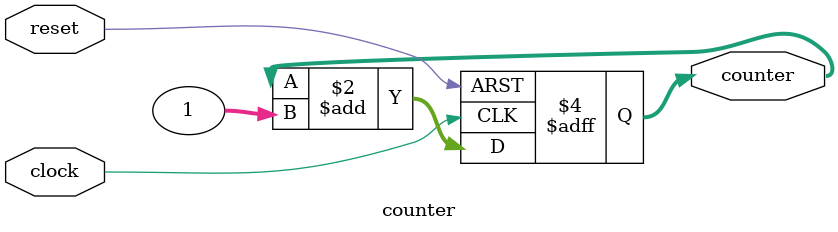
<source format=v>
module counter(
input clock,
input reset,
output reg [31:0] counter
);

initial begin
	counter <= 0;
end

always @(posedge clock or posedge reset)
begin
	if (reset) begin
		counter <= 0;
	end
	else begin
		counter <= counter + 1;
	end
end

endmodule

</source>
